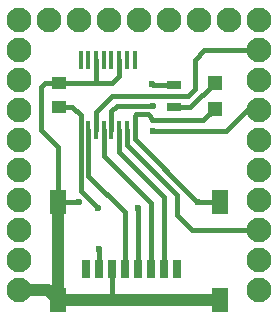
<source format=gbr>
G04 #@! TF.FileFunction,Copper,L1,Top,Signal*
%FSLAX46Y46*%
G04 Gerber Fmt 4.6, Leading zero omitted, Abs format (unit mm)*
G04 Created by KiCad (PCBNEW 4.0.6) date 04/08/19 09:34:54*
%MOMM*%
%LPD*%
G01*
G04 APERTURE LIST*
%ADD10C,0.100000*%
%ADD11C,2.100000*%
%ADD12R,1.250000X1.000000*%
%ADD13R,1.450000X2.000000*%
%ADD14R,0.800000X1.500000*%
%ADD15R,1.200000X1.200000*%
%ADD16R,1.300000X0.700000*%
%ADD17R,0.450000X1.500000*%
%ADD18C,0.600000*%
%ADD19C,0.400000*%
%ADD20C,1.000000*%
G04 APERTURE END LIST*
D10*
D11*
X161569400Y-67843400D03*
X161569400Y-70383400D03*
X161569400Y-72923400D03*
X161569400Y-75463400D03*
X161569400Y-78003400D03*
X161569400Y-80543400D03*
X161569400Y-83083400D03*
X161569400Y-85623400D03*
X161569400Y-88163400D03*
X161569400Y-65303400D03*
X159029400Y-65303400D03*
X156489400Y-65303400D03*
X153949400Y-65303400D03*
X151409400Y-65303400D03*
X148869400Y-65303400D03*
X146329400Y-65303400D03*
X143789400Y-65303400D03*
X141249400Y-65303400D03*
X141249400Y-67843400D03*
X141249400Y-70383400D03*
X141249400Y-72923400D03*
X141249400Y-75463400D03*
X141249400Y-78003400D03*
X141249400Y-80543400D03*
X141249400Y-83083400D03*
X141249400Y-85623400D03*
X141249400Y-88163400D03*
D12*
X144601000Y-72625000D03*
X144601000Y-70625000D03*
D13*
X144536000Y-88955000D03*
X158286000Y-88955000D03*
X158286000Y-80655000D03*
X144536000Y-80655000D03*
D14*
X146911000Y-86355000D03*
X148011000Y-86355000D03*
X149111000Y-86355000D03*
X150211000Y-86355000D03*
X151311000Y-86355000D03*
X152411000Y-86355000D03*
X153511000Y-86355000D03*
X154611000Y-86355000D03*
D15*
X157801000Y-70595000D03*
X157801000Y-72795000D03*
D16*
X154341000Y-72675000D03*
X154341000Y-70775000D03*
D17*
X146476000Y-74555000D03*
X147126000Y-74555000D03*
X147776000Y-74555000D03*
X148426000Y-74555000D03*
X149076000Y-74555000D03*
X149726000Y-74555000D03*
X150376000Y-74555000D03*
X151026000Y-74555000D03*
X151026000Y-68655000D03*
X150376000Y-68655000D03*
X149726000Y-68655000D03*
X149076000Y-68655000D03*
X148426000Y-68655000D03*
X147776000Y-68655000D03*
X147126000Y-68655000D03*
X146476000Y-68655000D03*
D18*
X147941000Y-81225000D03*
X151301000Y-81215000D03*
X152527000Y-70739000D03*
X156361000Y-80655000D03*
X146361000Y-80655000D03*
X148011000Y-84655000D03*
X152551000Y-74705000D03*
X152551000Y-72525000D03*
D19*
X146476000Y-74555000D02*
X146476000Y-79760000D01*
X146476000Y-79760000D02*
X147941000Y-81225000D01*
X146476000Y-74555000D02*
X146476000Y-73340000D01*
X145761000Y-72625000D02*
X146476000Y-73340000D01*
X145761000Y-72625000D02*
X144601000Y-72625000D01*
X151311000Y-81225000D02*
X151311000Y-86355000D01*
X151301000Y-81215000D02*
X151311000Y-81225000D01*
X154341000Y-70775000D02*
X152563000Y-70775000D01*
X152563000Y-70775000D02*
X152527000Y-70739000D01*
X151026000Y-74555000D02*
X151026000Y-73429000D01*
X152541000Y-73735000D02*
X156861000Y-73735000D01*
X156861000Y-73735000D02*
X157801000Y-72795000D01*
X152602000Y-73735000D02*
X152541000Y-73735000D01*
X152146000Y-73279000D02*
X152602000Y-73735000D01*
X151176000Y-73279000D02*
X152146000Y-73279000D01*
X151026000Y-73429000D02*
X151176000Y-73279000D01*
X144536000Y-80655000D02*
X146361000Y-80655000D01*
X158286000Y-80655000D02*
X156361000Y-80655000D01*
X156361000Y-80655000D02*
X156341000Y-80655000D01*
X156341000Y-80655000D02*
X151026000Y-75340000D01*
X151026000Y-75340000D02*
X151026000Y-74555000D01*
X147776000Y-68655000D02*
X147776000Y-70625000D01*
X144601000Y-70625000D02*
X147776000Y-70625000D01*
X147776000Y-70625000D02*
X149121000Y-70625000D01*
X149726000Y-70020000D02*
X149726000Y-68655000D01*
X149121000Y-70625000D02*
X149726000Y-70020000D01*
X144536000Y-80655000D02*
X144536000Y-76010000D01*
X143411000Y-70625000D02*
X144601000Y-70625000D01*
X143081000Y-70955000D02*
X143411000Y-70625000D01*
X143081000Y-74555000D02*
X143081000Y-70955000D01*
X144536000Y-76010000D02*
X143081000Y-74555000D01*
X149111000Y-86355000D02*
X149111000Y-88955000D01*
D20*
X144536000Y-88955000D02*
X144536000Y-80655000D01*
X158286000Y-88955000D02*
X149111000Y-88955000D01*
X149111000Y-88955000D02*
X144536000Y-88955000D01*
X144536000Y-88955000D02*
X143744400Y-88163400D01*
X143744400Y-88163400D02*
X141249400Y-88163400D01*
D19*
X148011000Y-84655000D02*
X148011000Y-86355000D01*
X147126000Y-74555000D02*
X147126000Y-78470000D01*
X150211000Y-81555000D02*
X150211000Y-86355000D01*
X147126000Y-78470000D02*
X150211000Y-81555000D01*
X148426000Y-74555000D02*
X148426000Y-76760000D01*
X152411000Y-80745000D02*
X152411000Y-86355000D01*
X148426000Y-76760000D02*
X152411000Y-80745000D01*
X149726000Y-74555000D02*
X149726000Y-76470000D01*
X153511000Y-80255000D02*
X153511000Y-86355000D01*
X149726000Y-76470000D02*
X153511000Y-80255000D01*
X154341000Y-72675000D02*
X155721000Y-72675000D01*
X155721000Y-72675000D02*
X157801000Y-70595000D01*
X156161000Y-71105000D02*
X156161000Y-68629000D01*
X155551000Y-71715000D02*
X156161000Y-71105000D01*
X147776000Y-74555000D02*
X147776000Y-73090000D01*
X149151000Y-71715000D02*
X155551000Y-71715000D01*
X147776000Y-73090000D02*
X149151000Y-71715000D01*
X156946600Y-67843400D02*
X161569400Y-67843400D01*
X156161000Y-68629000D02*
X156946600Y-67843400D01*
X160532600Y-72923400D02*
X161569400Y-72923400D01*
X158751000Y-74705000D02*
X160532600Y-72923400D01*
X152551000Y-74705000D02*
X158751000Y-74705000D01*
X149551000Y-72525000D02*
X152551000Y-72525000D01*
X149076000Y-73000000D02*
X149551000Y-72525000D01*
X149076000Y-74555000D02*
X149076000Y-73000000D01*
X150376000Y-74555000D02*
X150376000Y-75890000D01*
X155869400Y-83083400D02*
X161569400Y-83083400D01*
X154591000Y-81805000D02*
X155869400Y-83083400D01*
X154591000Y-80105000D02*
X154591000Y-81805000D01*
X150376000Y-75890000D02*
X154591000Y-80105000D01*
M02*

</source>
